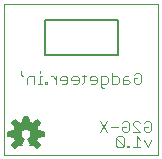
<source format=gbo>
G75*
%MOIN*%
%OFA0B0*%
%FSLAX25Y25*%
%IPPOS*%
%LPD*%
%AMOC8*
5,1,8,0,0,1.08239X$1,22.5*
%
%ADD10C,0.00000*%
%ADD11C,0.00300*%
%ADD12C,0.00591*%
%ADD13C,0.00800*%
D10*
X0005000Y0010000D02*
X0005000Y0060361D01*
X0056501Y0060361D01*
X0056470Y0009970D01*
X0005000Y0010000D01*
D11*
X0012678Y0033750D02*
X0012678Y0035602D01*
X0013295Y0036219D01*
X0015146Y0036219D01*
X0015146Y0033750D01*
X0016367Y0033750D02*
X0017602Y0033750D01*
X0016985Y0033750D02*
X0016985Y0036219D01*
X0017602Y0036219D01*
X0016985Y0037453D02*
X0016985Y0038070D01*
X0020661Y0036219D02*
X0021278Y0036219D01*
X0022513Y0034984D01*
X0023727Y0034984D02*
X0026196Y0034984D01*
X0026196Y0034367D02*
X0026196Y0035602D01*
X0025579Y0036219D01*
X0024344Y0036219D01*
X0023727Y0035602D01*
X0023727Y0034984D01*
X0024344Y0033750D02*
X0025579Y0033750D01*
X0026196Y0034367D01*
X0027410Y0034984D02*
X0027410Y0035602D01*
X0028027Y0036219D01*
X0029262Y0036219D01*
X0029879Y0035602D01*
X0029879Y0034367D01*
X0029262Y0033750D01*
X0028027Y0033750D01*
X0027410Y0034984D02*
X0029879Y0034984D01*
X0031100Y0033750D02*
X0031717Y0034367D01*
X0031717Y0036836D01*
X0032334Y0036219D02*
X0031100Y0036219D01*
X0033549Y0035602D02*
X0033549Y0034984D01*
X0036017Y0034984D01*
X0036017Y0034367D02*
X0036017Y0035602D01*
X0035400Y0036219D01*
X0034166Y0036219D01*
X0033549Y0035602D01*
X0034166Y0033750D02*
X0035400Y0033750D01*
X0036017Y0034367D01*
X0037232Y0033750D02*
X0039083Y0033750D01*
X0039701Y0034367D01*
X0039701Y0035602D01*
X0039083Y0036219D01*
X0037232Y0036219D01*
X0037232Y0033133D01*
X0037849Y0032516D01*
X0038466Y0032516D01*
X0040915Y0033750D02*
X0042767Y0033750D01*
X0043384Y0034367D01*
X0043384Y0035602D01*
X0042767Y0036219D01*
X0040915Y0036219D01*
X0040915Y0037453D02*
X0040915Y0033750D01*
X0044598Y0033750D02*
X0046450Y0033750D01*
X0047067Y0034367D01*
X0046450Y0034984D01*
X0044598Y0034984D01*
X0044598Y0035602D02*
X0044598Y0033750D01*
X0044598Y0035602D02*
X0045215Y0036219D01*
X0046450Y0036219D01*
X0048281Y0036836D02*
X0048898Y0037453D01*
X0050133Y0037453D01*
X0050750Y0036836D01*
X0050750Y0034367D01*
X0050133Y0033750D01*
X0048898Y0033750D01*
X0048281Y0034367D01*
X0048281Y0035602D01*
X0049516Y0035602D01*
X0049850Y0021353D02*
X0048615Y0021353D01*
X0047998Y0020736D01*
X0047998Y0020119D01*
X0050467Y0017650D01*
X0047998Y0017650D01*
X0046784Y0018267D02*
X0046167Y0017650D01*
X0044932Y0017650D01*
X0044315Y0018267D01*
X0044315Y0019502D01*
X0045549Y0019502D01*
X0044315Y0020736D02*
X0044932Y0021353D01*
X0046167Y0021353D01*
X0046784Y0020736D01*
X0046784Y0018267D01*
X0049232Y0016253D02*
X0049232Y0012550D01*
X0047998Y0012550D02*
X0050467Y0012550D01*
X0052916Y0012550D02*
X0051681Y0015019D01*
X0050467Y0015019D02*
X0049232Y0016253D01*
X0051681Y0018267D02*
X0051681Y0019502D01*
X0052916Y0019502D01*
X0054150Y0020736D02*
X0054150Y0018267D01*
X0053533Y0017650D01*
X0052298Y0017650D01*
X0051681Y0018267D01*
X0051681Y0020736D02*
X0052298Y0021353D01*
X0053533Y0021353D01*
X0054150Y0020736D01*
X0050467Y0020736D02*
X0049850Y0021353D01*
X0044325Y0016253D02*
X0044942Y0015636D01*
X0044942Y0013167D01*
X0042473Y0015636D01*
X0042473Y0013167D01*
X0043091Y0012550D01*
X0044325Y0012550D01*
X0044942Y0013167D01*
X0046167Y0013167D02*
X0046167Y0012550D01*
X0046784Y0012550D01*
X0046784Y0013167D01*
X0046167Y0013167D01*
X0044325Y0016253D02*
X0043091Y0016253D01*
X0042473Y0015636D01*
X0039417Y0017650D02*
X0036949Y0021353D01*
X0039417Y0021353D02*
X0036949Y0017650D01*
X0040632Y0019502D02*
X0043101Y0019502D01*
X0054150Y0015019D02*
X0052916Y0012550D01*
X0022513Y0033750D02*
X0022513Y0036219D01*
X0019443Y0034367D02*
X0019443Y0033750D01*
X0018826Y0033750D01*
X0018826Y0034367D01*
X0019443Y0034367D01*
X0011463Y0036219D02*
X0010846Y0036836D01*
X0010846Y0038070D01*
D12*
X0011680Y0022861D02*
X0013120Y0022861D01*
X0013313Y0020956D01*
X0013954Y0020751D01*
X0014552Y0020443D01*
X0016036Y0021654D01*
X0017054Y0020636D01*
X0015843Y0019152D01*
X0016151Y0018554D01*
X0016356Y0017913D01*
X0018261Y0017720D01*
X0018261Y0016280D01*
X0016356Y0016087D01*
X0016151Y0015446D01*
X0015843Y0014848D01*
X0017054Y0013364D01*
X0016036Y0012346D01*
X0014552Y0013557D01*
X0013954Y0013249D01*
X0013106Y0015295D01*
X0013485Y0015507D01*
X0013803Y0015801D01*
X0014045Y0016162D01*
X0014195Y0016569D01*
X0014246Y0017000D01*
X0014193Y0017439D01*
X0014037Y0017852D01*
X0013788Y0018217D01*
X0013459Y0018511D01*
X0013069Y0018720D01*
X0012641Y0018829D01*
X0012199Y0018834D01*
X0011769Y0018734D01*
X0011375Y0018534D01*
X0011040Y0018246D01*
X0010782Y0017887D01*
X0010618Y0017477D01*
X0010555Y0017040D01*
X0010599Y0016600D01*
X0010745Y0016184D01*
X0010986Y0015814D01*
X0011309Y0015512D01*
X0011694Y0015295D01*
X0010846Y0013249D01*
X0010248Y0013557D01*
X0008764Y0012346D01*
X0007746Y0013364D01*
X0008957Y0014848D01*
X0008649Y0015446D01*
X0008444Y0016087D01*
X0006539Y0016280D01*
X0006539Y0017720D01*
X0008444Y0017913D01*
X0008649Y0018554D01*
X0008957Y0019152D01*
X0007746Y0020636D01*
X0008764Y0021654D01*
X0010248Y0020443D01*
X0010846Y0020751D01*
X0011487Y0020956D01*
X0011680Y0022861D01*
X0011630Y0022370D02*
X0013170Y0022370D01*
X0013230Y0021781D02*
X0011570Y0021781D01*
X0011511Y0021192D02*
X0013289Y0021192D01*
X0014241Y0020603D02*
X0010559Y0020603D01*
X0010052Y0020603D02*
X0007773Y0020603D01*
X0008253Y0020014D02*
X0016547Y0020014D01*
X0017027Y0020603D02*
X0014748Y0020603D01*
X0015470Y0021192D02*
X0016497Y0021192D01*
X0016066Y0019425D02*
X0008734Y0019425D01*
X0008794Y0018836D02*
X0016006Y0018836D01*
X0016250Y0018247D02*
X0013754Y0018247D01*
X0014110Y0017658D02*
X0018261Y0017658D01*
X0018261Y0017069D02*
X0014237Y0017069D01*
X0014162Y0016480D02*
X0018261Y0016480D01*
X0016294Y0015891D02*
X0013863Y0015891D01*
X0013118Y0015302D02*
X0016077Y0015302D01*
X0015954Y0014712D02*
X0013348Y0014712D01*
X0013592Y0014123D02*
X0016434Y0014123D01*
X0016915Y0013534D02*
X0014579Y0013534D01*
X0014508Y0013534D02*
X0013836Y0013534D01*
X0015301Y0012945D02*
X0016635Y0012945D01*
X0016046Y0012356D02*
X0016024Y0012356D01*
X0011682Y0015302D02*
X0008723Y0015302D01*
X0008846Y0014712D02*
X0011452Y0014712D01*
X0011208Y0014123D02*
X0008366Y0014123D01*
X0007885Y0013534D02*
X0010221Y0013534D01*
X0010292Y0013534D02*
X0010964Y0013534D01*
X0009499Y0012945D02*
X0008165Y0012945D01*
X0008754Y0012356D02*
X0008776Y0012356D01*
X0008506Y0015891D02*
X0010936Y0015891D01*
X0010641Y0016480D02*
X0006539Y0016480D01*
X0006539Y0017069D02*
X0010559Y0017069D01*
X0010690Y0017658D02*
X0006539Y0017658D01*
X0008550Y0018247D02*
X0011040Y0018247D01*
X0009330Y0021192D02*
X0008303Y0021192D01*
D13*
X0018595Y0043394D02*
X0043005Y0043394D01*
X0043005Y0055206D01*
X0018595Y0055206D01*
X0018595Y0043394D01*
M02*

</source>
